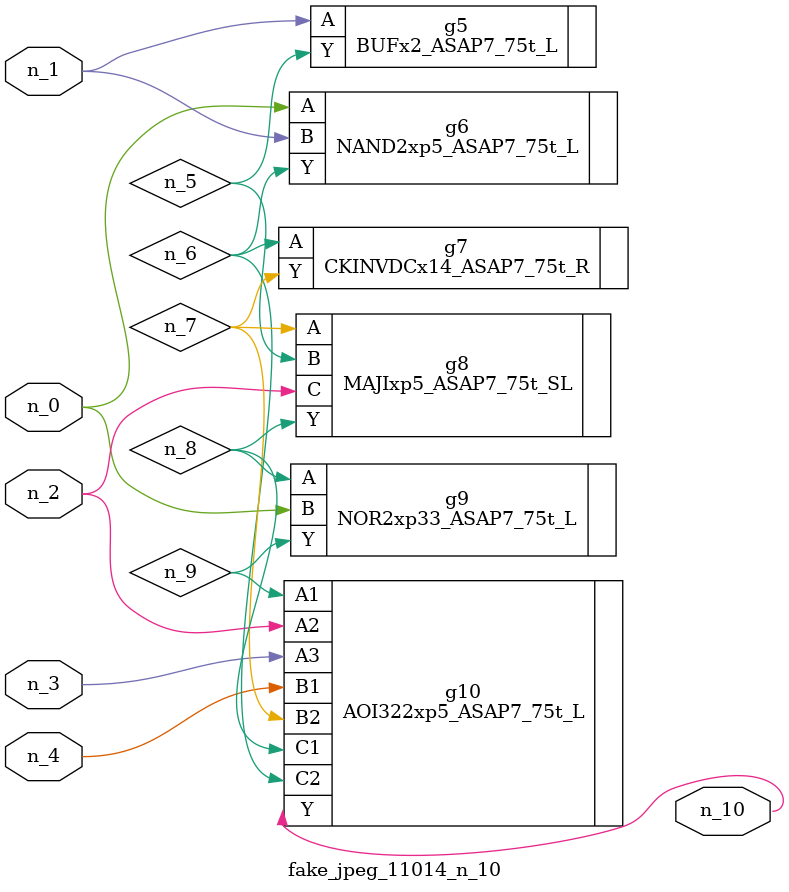
<source format=v>
module fake_jpeg_11014_n_10 (n_3, n_2, n_1, n_0, n_4, n_10);

input n_3;
input n_2;
input n_1;
input n_0;
input n_4;

output n_10;

wire n_8;
wire n_9;
wire n_6;
wire n_5;
wire n_7;

BUFx2_ASAP7_75t_L g5 ( 
.A(n_1),
.Y(n_5)
);

NAND2xp5_ASAP7_75t_L g6 ( 
.A(n_0),
.B(n_1),
.Y(n_6)
);

CKINVDCx14_ASAP7_75t_R g7 ( 
.A(n_6),
.Y(n_7)
);

MAJIxp5_ASAP7_75t_SL g8 ( 
.A(n_7),
.B(n_5),
.C(n_2),
.Y(n_8)
);

NOR2xp33_ASAP7_75t_L g9 ( 
.A(n_8),
.B(n_0),
.Y(n_9)
);

AOI322xp5_ASAP7_75t_L g10 ( 
.A1(n_9),
.A2(n_2),
.A3(n_3),
.B1(n_4),
.B2(n_7),
.C1(n_8),
.C2(n_6),
.Y(n_10)
);


endmodule
</source>
